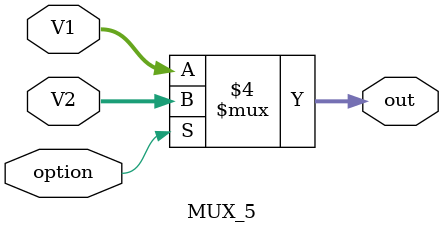
<source format=v>
module MUX_5(V1, V2, option, out);
	input [4:0] V1;
	input [4:0] V2;
	input option;
	output reg [4:0]out;
	
	always @ (V1 or V2) begin
		if(option == 0) begin
			out = V1;
		end else begin
			out = V2;
		end
	end
	
endmodule
</source>
